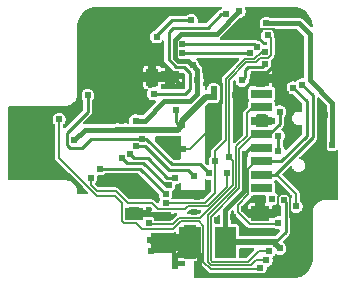
<source format=gbl>
G04 Layer: BottomLayer*
G04 EasyEDA v6.4.25, 2021-12-07T19:09:17+01:00*
G04 af510f2a62b747d9ba719f6df8b66caf,db93e8822c7348a7aec6f6efa12e507d,10*
G04 Gerber Generator version 0.2*
G04 Scale: 100 percent, Rotated: No, Reflected: No *
G04 Dimensions in millimeters *
G04 leading zeros omitted , absolute positions ,4 integer and 5 decimal *
%FSLAX45Y45*%
%MOMM*%

%ADD10C,0.2540*%
%ADD11C,0.1270*%
%ADD12C,0.5080*%
%ADD13C,0.3810*%
%ADD14C,0.3048*%
%ADD15C,0.1778*%
%ADD19C,0.6096*%

%LPD*%
G36*
X1620418Y-350723D02*
G01*
X1612900Y-350062D01*
X1610309Y-350266D01*
X1606245Y-349808D01*
X1602689Y-347726D01*
X1600200Y-344474D01*
X1598218Y-340106D01*
X1592580Y-332079D01*
X1585620Y-325120D01*
X1577594Y-319481D01*
X1568653Y-315366D01*
X1559204Y-312826D01*
X1549196Y-311912D01*
X1545285Y-310794D01*
X1538732Y-307289D01*
X1531518Y-305104D01*
X1523492Y-304292D01*
X1244092Y-304292D01*
X1240028Y-303479D01*
X1236675Y-301091D01*
X1234541Y-297586D01*
X1233932Y-293522D01*
X1234998Y-289509D01*
X1238605Y-285445D01*
X1402537Y-121564D01*
X1404620Y-119938D01*
X1407109Y-118922D01*
X1416253Y-116433D01*
X1425194Y-112318D01*
X1433220Y-106680D01*
X1440180Y-99720D01*
X1445818Y-91694D01*
X1449933Y-82753D01*
X1452473Y-73304D01*
X1453337Y-63500D01*
X1452473Y-53695D01*
X1449933Y-44246D01*
X1448155Y-40386D01*
X1447190Y-36423D01*
X1447850Y-32410D01*
X1450035Y-29006D01*
X1453388Y-26720D01*
X1457350Y-25908D01*
X1853336Y-25908D01*
X1870811Y-26822D01*
X1886813Y-29209D01*
X1902460Y-33172D01*
X1917649Y-38658D01*
X1932178Y-45618D01*
X1946046Y-53949D01*
X1958949Y-63601D01*
X1970887Y-74523D01*
X1981707Y-86512D01*
X1991309Y-99517D01*
X1999538Y-113385D01*
X2006396Y-128016D01*
X2011781Y-143205D01*
X2015693Y-158902D01*
X2017979Y-174853D01*
X2018741Y-190246D01*
X2018131Y-194259D01*
X2015998Y-197713D01*
X2012696Y-200050D01*
X2008784Y-200914D01*
X2004771Y-200152D01*
X2001418Y-197916D01*
X1935530Y-132130D01*
X1928622Y-126898D01*
X1921205Y-123240D01*
X1913229Y-120954D01*
X1904542Y-120142D01*
X1662480Y-120142D01*
X1659432Y-119684D01*
X1656638Y-118313D01*
X1653793Y-116281D01*
X1644853Y-112166D01*
X1635404Y-109626D01*
X1625600Y-108762D01*
X1615795Y-109626D01*
X1606346Y-112166D01*
X1597406Y-116281D01*
X1589379Y-121920D01*
X1582420Y-128879D01*
X1576781Y-136906D01*
X1572666Y-145846D01*
X1570126Y-155295D01*
X1569262Y-165100D01*
X1570126Y-174904D01*
X1572666Y-184353D01*
X1576781Y-193294D01*
X1582420Y-201320D01*
X1589379Y-208279D01*
X1595932Y-212852D01*
X1598879Y-216103D01*
X1600200Y-220268D01*
X1599641Y-224637D01*
X1597253Y-228346D01*
X1595120Y-230479D01*
X1589481Y-238506D01*
X1585366Y-247446D01*
X1582826Y-256895D01*
X1581962Y-266700D01*
X1582826Y-276504D01*
X1585366Y-285953D01*
X1589481Y-294894D01*
X1595120Y-302920D01*
X1602079Y-309880D01*
X1610106Y-315518D01*
X1619046Y-319633D01*
X1623923Y-320954D01*
X1627835Y-322986D01*
X1630476Y-326491D01*
X1631442Y-330758D01*
X1631442Y-340563D01*
X1630578Y-344678D01*
X1628139Y-348081D01*
X1624533Y-350215D01*
G37*

%LPD*%
G36*
X1116838Y-728116D02*
G01*
X1112418Y-727913D01*
X1108506Y-725881D01*
X1105865Y-722376D01*
X1104900Y-718108D01*
X1104900Y-699516D01*
X1103884Y-698500D01*
X1096518Y-698500D01*
X1092606Y-697738D01*
X1089355Y-695502D01*
X1087120Y-692251D01*
X1086358Y-688340D01*
X1086358Y-684580D01*
X1086815Y-681532D01*
X1088186Y-678738D01*
X1090218Y-675894D01*
X1094333Y-666953D01*
X1096873Y-657504D01*
X1097737Y-647700D01*
X1096873Y-637895D01*
X1094333Y-628446D01*
X1090218Y-619506D01*
X1088186Y-616661D01*
X1086815Y-613867D01*
X1086358Y-610819D01*
X1086307Y-557072D01*
X1085138Y-548538D01*
X1082497Y-540664D01*
X1078433Y-533400D01*
X1072845Y-526694D01*
X1061364Y-515162D01*
X1059738Y-513080D01*
X1058722Y-510590D01*
X1056233Y-501446D01*
X1052118Y-492506D01*
X1046480Y-484479D01*
X1039520Y-477520D01*
X1037590Y-476199D01*
X1034694Y-473100D01*
X1033322Y-469036D01*
X1033729Y-464820D01*
X1035862Y-461111D01*
X1039266Y-458622D01*
X1043432Y-457708D01*
X1389837Y-457708D01*
X1393748Y-458470D01*
X1397050Y-460705D01*
X1399235Y-463956D01*
X1399997Y-467868D01*
X1399235Y-471779D01*
X1397050Y-475030D01*
X1260246Y-611835D01*
X1255674Y-617474D01*
X1252626Y-623468D01*
X1250848Y-630072D01*
X1250442Y-635406D01*
X1250442Y-693928D01*
X1249680Y-697788D01*
X1247546Y-701040D01*
X1244346Y-703275D01*
X1240536Y-704088D01*
X1236675Y-703427D01*
X1233373Y-701395D01*
X1231087Y-698246D01*
X1229918Y-695706D01*
X1224280Y-687679D01*
X1217320Y-680720D01*
X1209294Y-675081D01*
X1200353Y-670966D01*
X1190904Y-668426D01*
X1181100Y-667562D01*
X1171295Y-668426D01*
X1161846Y-670966D01*
X1152906Y-675081D01*
X1144879Y-680720D01*
X1137920Y-687679D01*
X1132281Y-695706D01*
X1128166Y-704646D01*
X1125626Y-714095D01*
X1125169Y-718972D01*
X1123848Y-723188D01*
X1120902Y-726440D01*
G37*

%LPD*%
G36*
X1547571Y-1043990D02*
G01*
X1543659Y-1043228D01*
X1540357Y-1040993D01*
X1538173Y-1037742D01*
X1537411Y-1033830D01*
X1537411Y-1014425D01*
X1502918Y-1014425D01*
X1499006Y-1013663D01*
X1495755Y-1011478D01*
X1493520Y-1008176D01*
X1492758Y-1004265D01*
X1492758Y-976934D01*
X1493520Y-973023D01*
X1495755Y-969721D01*
X1499006Y-967536D01*
X1502918Y-966774D01*
X1537411Y-966774D01*
X1537411Y-947369D01*
X1538173Y-943457D01*
X1540357Y-940206D01*
X1543659Y-937971D01*
X1547571Y-937209D01*
X1627428Y-937209D01*
X1631340Y-937971D01*
X1634642Y-940206D01*
X1636826Y-943457D01*
X1637588Y-947369D01*
X1637588Y-966774D01*
X1691132Y-966774D01*
X1695043Y-967536D01*
X1698294Y-969721D01*
X1700530Y-973023D01*
X1701292Y-976934D01*
X1701292Y-995781D01*
X1700530Y-999693D01*
X1698294Y-1002995D01*
X1689811Y-1011478D01*
X1686509Y-1013663D01*
X1682648Y-1014425D01*
X1637588Y-1014425D01*
X1637588Y-1033830D01*
X1636826Y-1037742D01*
X1634642Y-1040993D01*
X1631340Y-1043228D01*
X1627428Y-1043990D01*
G37*

%LPD*%
G36*
X1350518Y-1177747D02*
G01*
X1346606Y-1176985D01*
X1343355Y-1174800D01*
X1341120Y-1171498D01*
X1340358Y-1167587D01*
X1340358Y-663346D01*
X1341120Y-659434D01*
X1343355Y-656132D01*
X1349502Y-649986D01*
X1352651Y-647852D01*
X1356410Y-647039D01*
X1360170Y-647649D01*
X1363421Y-649579D01*
X1365758Y-652627D01*
X1369466Y-666953D01*
X1373581Y-675894D01*
X1379220Y-683920D01*
X1386179Y-690880D01*
X1394206Y-696518D01*
X1403146Y-700633D01*
X1412595Y-703173D01*
X1422400Y-704037D01*
X1432204Y-703173D01*
X1441653Y-700633D01*
X1450594Y-696518D01*
X1457909Y-691388D01*
X1461770Y-689711D01*
X1465935Y-689762D01*
X1469745Y-691489D01*
X1472539Y-694639D01*
X1473809Y-698601D01*
X1474622Y-705764D01*
X1476248Y-710438D01*
X1476806Y-713790D01*
X1476248Y-717143D01*
X1474825Y-721258D01*
X1474114Y-727557D01*
X1474114Y-796442D01*
X1474825Y-802741D01*
X1476705Y-808228D01*
X1480210Y-813765D01*
X1481582Y-817270D01*
X1481582Y-821029D01*
X1480210Y-824534D01*
X1476705Y-830071D01*
X1474825Y-835558D01*
X1474114Y-841857D01*
X1474114Y-863701D01*
X1473301Y-867562D01*
X1471117Y-870864D01*
X1438046Y-903935D01*
X1433474Y-909574D01*
X1430426Y-915568D01*
X1428648Y-922172D01*
X1428242Y-927506D01*
X1428242Y-1100023D01*
X1427480Y-1103934D01*
X1425244Y-1107236D01*
X1357680Y-1174800D01*
X1354429Y-1176985D01*
G37*

%LPD*%
G36*
X1790395Y-1236370D02*
G01*
X1786280Y-1235252D01*
X1783029Y-1232611D01*
X1781098Y-1228852D01*
X1780133Y-1225346D01*
X1776018Y-1216406D01*
X1770380Y-1208379D01*
X1768805Y-1206804D01*
X1766570Y-1203502D01*
X1765807Y-1199591D01*
X1765807Y-1162608D01*
X1766570Y-1158697D01*
X1768805Y-1155395D01*
X1770380Y-1153820D01*
X1776018Y-1145794D01*
X1780133Y-1136853D01*
X1782673Y-1127404D01*
X1783537Y-1117600D01*
X1782673Y-1107795D01*
X1780133Y-1098346D01*
X1776018Y-1089406D01*
X1770380Y-1081379D01*
X1763420Y-1074420D01*
X1757273Y-1070102D01*
X1754276Y-1066850D01*
X1752955Y-1062685D01*
X1753514Y-1058316D01*
X1755902Y-1054608D01*
X1766824Y-1043635D01*
X1771954Y-1037437D01*
X1775510Y-1030732D01*
X1777695Y-1023518D01*
X1778507Y-1015492D01*
X1778507Y-959408D01*
X1779270Y-955497D01*
X1781505Y-952195D01*
X1783080Y-950620D01*
X1788718Y-942594D01*
X1792833Y-933653D01*
X1795373Y-924204D01*
X1796237Y-914400D01*
X1795373Y-904595D01*
X1792833Y-895146D01*
X1788718Y-886206D01*
X1783080Y-878179D01*
X1776120Y-871219D01*
X1768093Y-865581D01*
X1759153Y-861466D01*
X1749704Y-858926D01*
X1739900Y-858062D01*
X1730095Y-858926D01*
X1720646Y-861466D01*
X1715363Y-863904D01*
X1711401Y-864869D01*
X1707438Y-864158D01*
X1704035Y-862025D01*
X1701698Y-858672D01*
X1700885Y-854710D01*
X1700885Y-841857D01*
X1700174Y-835558D01*
X1698294Y-830071D01*
X1694789Y-824534D01*
X1693418Y-821029D01*
X1693418Y-817270D01*
X1694789Y-813765D01*
X1698294Y-808228D01*
X1700174Y-802741D01*
X1700885Y-796442D01*
X1700885Y-727557D01*
X1700174Y-721258D01*
X1698294Y-715772D01*
X1695196Y-710895D01*
X1691132Y-706780D01*
X1686204Y-703732D01*
X1682496Y-702411D01*
X1678939Y-700278D01*
X1676552Y-696874D01*
X1675688Y-692810D01*
X1675688Y-673862D01*
X1618640Y-673862D01*
X1618640Y-690930D01*
X1617878Y-694842D01*
X1615694Y-698093D01*
X1612392Y-700328D01*
X1608480Y-701090D01*
X1541119Y-701090D01*
X1537208Y-700328D01*
X1533906Y-698093D01*
X1531721Y-694842D01*
X1530959Y-690930D01*
X1530959Y-673862D01*
X1486763Y-673862D01*
X1483106Y-673150D01*
X1479956Y-671220D01*
X1477721Y-668324D01*
X1476654Y-664768D01*
X1476959Y-661060D01*
X1477873Y-657504D01*
X1478788Y-647496D01*
X1479905Y-643585D01*
X1483410Y-637032D01*
X1485595Y-629818D01*
X1486408Y-621792D01*
X1486408Y-606298D01*
X1487170Y-602437D01*
X1489405Y-599135D01*
X1492656Y-596900D01*
X1496568Y-596138D01*
X1530959Y-596138D01*
X1530959Y-582168D01*
X1531721Y-578256D01*
X1533906Y-575005D01*
X1537208Y-572770D01*
X1541119Y-572008D01*
X1586992Y-572008D01*
X1595018Y-571195D01*
X1602232Y-569010D01*
X1603705Y-568248D01*
X1607667Y-567080D01*
X1611833Y-567588D01*
X1615389Y-569772D01*
X1617776Y-573125D01*
X1618640Y-577189D01*
X1618640Y-596138D01*
X1675688Y-596138D01*
X1675688Y-570585D01*
X1674977Y-564235D01*
X1673098Y-558800D01*
X1669999Y-553872D01*
X1662633Y-546963D01*
X1661007Y-543712D01*
X1660601Y-540054D01*
X1661515Y-536549D01*
X1665833Y-527253D01*
X1668373Y-517804D01*
X1669237Y-508000D01*
X1668373Y-498195D01*
X1665833Y-488746D01*
X1664563Y-486003D01*
X1663649Y-481990D01*
X1664360Y-477926D01*
X1666595Y-474522D01*
X1686153Y-454964D01*
X1690725Y-449326D01*
X1693773Y-443331D01*
X1695551Y-436727D01*
X1695957Y-431393D01*
X1695957Y-292506D01*
X1695551Y-287172D01*
X1693925Y-281228D01*
X1693621Y-277622D01*
X1694637Y-266700D01*
X1693773Y-256895D01*
X1691233Y-247446D01*
X1687118Y-238506D01*
X1681480Y-230479D01*
X1678381Y-227380D01*
X1676196Y-224129D01*
X1675434Y-220217D01*
X1676196Y-216306D01*
X1678381Y-213055D01*
X1681683Y-210820D01*
X1685594Y-210058D01*
X1882190Y-210058D01*
X1886051Y-210820D01*
X1889353Y-213055D01*
X1945944Y-269646D01*
X1948180Y-272948D01*
X1948942Y-276809D01*
X1948942Y-619963D01*
X1948078Y-624078D01*
X1945639Y-627481D01*
X1942033Y-629615D01*
X1937918Y-630123D01*
X1930400Y-629462D01*
X1920595Y-630326D01*
X1911146Y-632866D01*
X1902206Y-636981D01*
X1894179Y-642620D01*
X1887220Y-649579D01*
X1884019Y-654151D01*
X1881022Y-656996D01*
X1877161Y-658368D01*
X1873097Y-658164D01*
X1864004Y-655726D01*
X1854200Y-654862D01*
X1844395Y-655726D01*
X1834946Y-658266D01*
X1826006Y-662381D01*
X1817979Y-668020D01*
X1811020Y-674979D01*
X1805381Y-683006D01*
X1801266Y-691946D01*
X1798726Y-701395D01*
X1797862Y-711200D01*
X1798726Y-721004D01*
X1801266Y-730453D01*
X1805381Y-739394D01*
X1811020Y-747420D01*
X1817979Y-754380D01*
X1826006Y-760018D01*
X1834946Y-764133D01*
X1844395Y-766673D01*
X1852422Y-767384D01*
X1855825Y-768299D01*
X1858721Y-770331D01*
X1926894Y-838504D01*
X1929130Y-841806D01*
X1929892Y-845718D01*
X1929892Y-904443D01*
X1929231Y-908050D01*
X1927301Y-911199D01*
X1924354Y-913485D01*
X1920798Y-914501D01*
X1917090Y-914247D01*
X1909622Y-912215D01*
X1899970Y-911402D01*
X1890268Y-912215D01*
X1880819Y-914755D01*
X1872030Y-918870D01*
X1864055Y-924458D01*
X1857146Y-931367D01*
X1851558Y-939342D01*
X1847443Y-948131D01*
X1844903Y-957580D01*
X1844090Y-967282D01*
X1844903Y-976934D01*
X1847443Y-986383D01*
X1851558Y-995171D01*
X1857146Y-1003147D01*
X1864055Y-1010056D01*
X1872030Y-1015644D01*
X1880819Y-1019759D01*
X1890268Y-1022299D01*
X1899970Y-1023112D01*
X1909622Y-1022299D01*
X1917090Y-1020267D01*
X1920798Y-1020013D01*
X1924354Y-1021029D01*
X1927301Y-1023315D01*
X1929231Y-1026464D01*
X1929892Y-1030071D01*
X1929892Y-1097381D01*
X1929130Y-1101293D01*
X1926894Y-1104595D01*
X1798116Y-1233424D01*
X1794560Y-1235710D01*
G37*

%LPD*%
G36*
X845718Y-1320292D02*
G01*
X841806Y-1319530D01*
X838504Y-1317294D01*
X688797Y-1167587D01*
X686562Y-1164285D01*
X685800Y-1160373D01*
X685800Y-1128268D01*
X686562Y-1124356D01*
X688797Y-1121105D01*
X692048Y-1118870D01*
X695960Y-1118108D01*
X876096Y-1118108D01*
X880770Y-1117904D01*
X885190Y-1117295D01*
X889355Y-1116380D01*
X893826Y-1116431D01*
X897890Y-1118412D01*
X900684Y-1121918D01*
X901700Y-1126337D01*
X901700Y-1310132D01*
X900937Y-1314043D01*
X898702Y-1317294D01*
X895451Y-1319530D01*
X891540Y-1320292D01*
G37*

%LPD*%
G36*
X1131468Y-1363827D02*
G01*
X1127099Y-1363268D01*
X1123391Y-1360881D01*
X1107897Y-1345387D01*
X1105662Y-1342085D01*
X1104900Y-1338173D01*
X1104900Y-876858D01*
X1105662Y-872998D01*
X1107897Y-869696D01*
X1135888Y-841705D01*
X1139190Y-839469D01*
X1143050Y-838708D01*
X1156055Y-838708D01*
X1160322Y-839673D01*
X1161846Y-840333D01*
X1171295Y-842873D01*
X1181100Y-843737D01*
X1190904Y-842873D01*
X1200353Y-840333D01*
X1209294Y-836218D01*
X1217320Y-830580D01*
X1224280Y-823620D01*
X1229918Y-815594D01*
X1231087Y-813053D01*
X1233373Y-809904D01*
X1236675Y-807872D01*
X1240536Y-807212D01*
X1244346Y-808024D01*
X1247546Y-810260D01*
X1249680Y-813511D01*
X1250442Y-817372D01*
X1250442Y-1138123D01*
X1249680Y-1142034D01*
X1247444Y-1145336D01*
X1171346Y-1221435D01*
X1166774Y-1227074D01*
X1163726Y-1233068D01*
X1161948Y-1239672D01*
X1161542Y-1245006D01*
X1161542Y-1282293D01*
X1160780Y-1286205D01*
X1158544Y-1289507D01*
X1150620Y-1297330D01*
X1144981Y-1305306D01*
X1140866Y-1314246D01*
X1138326Y-1323695D01*
X1137462Y-1333500D01*
X1138326Y-1343304D01*
X1140409Y-1351076D01*
X1140612Y-1355496D01*
X1138885Y-1359560D01*
X1135684Y-1362506D01*
G37*

%LPD*%
G36*
X36068Y-1612900D02*
G01*
X32156Y-1612138D01*
X28854Y-1609902D01*
X26670Y-1606550D01*
X25908Y-1602638D01*
X26009Y-1590903D01*
X25704Y-1586433D01*
X24180Y-1575663D01*
X23215Y-1571244D01*
X20066Y-1560830D01*
X18440Y-1556664D01*
X13766Y-1546860D01*
X11531Y-1542948D01*
X5384Y-1533956D01*
X2590Y-1530400D01*
X-4826Y-1522476D01*
X-8128Y-1519428D01*
X-16662Y-1512671D01*
X-20370Y-1510131D01*
X-29819Y-1504746D01*
X-33934Y-1502867D01*
X-44043Y-1498955D01*
X-48412Y-1497685D01*
X-59029Y-1495399D01*
X-63296Y-1494790D01*
X-76504Y-1493977D01*
X-548132Y-1493977D01*
X-552043Y-1493215D01*
X-555294Y-1490980D01*
X-557530Y-1487678D01*
X-558292Y-1483817D01*
X-558292Y-874268D01*
X-557530Y-870356D01*
X-555294Y-867105D01*
X-552043Y-864869D01*
X-548132Y-864108D01*
X-76860Y-864108D01*
X-68427Y-862990D01*
X-62433Y-862482D01*
X-57962Y-861720D01*
X-47040Y-859028D01*
X-42722Y-857605D01*
X-32359Y-853287D01*
X-28295Y-851255D01*
X-18694Y-845362D01*
X-14985Y-842721D01*
X-6400Y-835456D01*
X-3149Y-832256D01*
X4216Y-823772D01*
X6908Y-820115D01*
X12903Y-810615D01*
X15036Y-806551D01*
X19507Y-796239D01*
X20980Y-791972D01*
X23774Y-781100D01*
X24587Y-776579D01*
X25908Y-762254D01*
X25908Y-191363D01*
X26822Y-173888D01*
X29209Y-157886D01*
X33172Y-142240D01*
X38658Y-127050D01*
X45618Y-112522D01*
X53949Y-98653D01*
X63601Y-85750D01*
X74523Y-73812D01*
X86512Y-62991D01*
X99517Y-53390D01*
X113385Y-45161D01*
X128016Y-38303D01*
X143205Y-32918D01*
X158902Y-29006D01*
X174853Y-26720D01*
X191363Y-25908D01*
X1242568Y-25908D01*
X1246733Y-26822D01*
X1250137Y-29311D01*
X1252270Y-33020D01*
X1252677Y-37236D01*
X1251305Y-41300D01*
X1248410Y-44399D01*
X1246479Y-45720D01*
X1244142Y-48056D01*
X1241298Y-50088D01*
X1237081Y-51104D01*
X1229868Y-53289D01*
X1223162Y-56845D01*
X1216964Y-61976D01*
X1117295Y-161594D01*
X1113993Y-163830D01*
X1110081Y-164592D01*
X1055268Y-164592D01*
X1051661Y-163931D01*
X1048512Y-162001D01*
X1046226Y-159054D01*
X1045159Y-155498D01*
X1045464Y-151790D01*
X1046073Y-149504D01*
X1046937Y-139700D01*
X1046073Y-129895D01*
X1043533Y-120446D01*
X1039418Y-111506D01*
X1033780Y-103479D01*
X1026820Y-96520D01*
X1018794Y-90881D01*
X1009853Y-86766D01*
X1000404Y-84226D01*
X990600Y-83362D01*
X980795Y-84226D01*
X971346Y-86766D01*
X962406Y-90881D01*
X954379Y-96520D01*
X952804Y-98094D01*
X949502Y-100330D01*
X945591Y-101092D01*
X826008Y-101092D01*
X817981Y-101904D01*
X810768Y-104089D01*
X804062Y-107645D01*
X797864Y-112776D01*
X687882Y-222707D01*
X685749Y-224332D01*
X683310Y-225348D01*
X679246Y-226466D01*
X670306Y-230581D01*
X662279Y-236220D01*
X655320Y-243179D01*
X649681Y-251206D01*
X645566Y-260146D01*
X643026Y-269595D01*
X642162Y-279400D01*
X643026Y-289204D01*
X645566Y-298653D01*
X649681Y-307594D01*
X655320Y-315620D01*
X662279Y-322580D01*
X670306Y-328218D01*
X679246Y-332333D01*
X688695Y-334873D01*
X698500Y-335737D01*
X708304Y-334873D01*
X717753Y-332333D01*
X726694Y-328218D01*
X734720Y-322580D01*
X741680Y-315620D01*
X743000Y-313690D01*
X746099Y-310794D01*
X750163Y-309422D01*
X754380Y-309829D01*
X758088Y-311962D01*
X760577Y-315366D01*
X761492Y-319532D01*
X761492Y-469392D01*
X762304Y-477418D01*
X764489Y-484632D01*
X768045Y-491337D01*
X773176Y-497535D01*
X835964Y-560324D01*
X842162Y-565454D01*
X853186Y-571296D01*
X855726Y-574751D01*
X856640Y-578916D01*
X856640Y-583234D01*
X918159Y-583234D01*
X922019Y-584047D01*
X925321Y-586232D01*
X936294Y-597204D01*
X938530Y-600506D01*
X939292Y-604418D01*
X939292Y-688340D01*
X938530Y-692251D01*
X936294Y-695502D01*
X933043Y-697738D01*
X929132Y-698500D01*
X902716Y-698500D01*
X901700Y-699516D01*
X901700Y-713232D01*
X900937Y-717143D01*
X898702Y-720394D01*
X895451Y-722630D01*
X891540Y-723392D01*
X741172Y-723392D01*
X736955Y-722477D01*
X733501Y-719937D01*
X731418Y-716178D01*
X731062Y-711860D01*
X732536Y-707847D01*
X733704Y-706018D01*
X735584Y-700532D01*
X736295Y-694232D01*
X736295Y-685647D01*
X737057Y-681786D01*
X739292Y-678484D01*
X742594Y-676300D01*
X746455Y-675487D01*
X768959Y-675487D01*
X768959Y-635965D01*
X756615Y-635965D01*
X756615Y-654761D01*
X755853Y-658622D01*
X753668Y-661924D01*
X750366Y-664108D01*
X746455Y-664921D01*
X691743Y-664921D01*
X691743Y-696214D01*
X690880Y-700278D01*
X688441Y-703681D01*
X684834Y-705815D01*
X680720Y-706323D01*
X673100Y-705662D01*
X663295Y-706526D01*
X653846Y-709066D01*
X644906Y-713181D01*
X640842Y-714806D01*
X636473Y-714603D01*
X632612Y-712520D01*
X629970Y-709066D01*
X629056Y-704799D01*
X629056Y-664921D01*
X584504Y-664921D01*
X584504Y-694232D01*
X585216Y-700532D01*
X587095Y-706018D01*
X590194Y-710895D01*
X594309Y-715010D01*
X599186Y-718108D01*
X604672Y-719988D01*
X610971Y-720699D01*
X614476Y-720699D01*
X618439Y-721512D01*
X621792Y-723798D01*
X623976Y-727252D01*
X624636Y-731215D01*
X623671Y-735177D01*
X620166Y-742746D01*
X617626Y-752195D01*
X616762Y-762000D01*
X617626Y-771804D01*
X620166Y-781253D01*
X624281Y-790194D01*
X629920Y-798220D01*
X636879Y-805180D01*
X644906Y-810818D01*
X653846Y-814933D01*
X663295Y-817473D01*
X673100Y-818337D01*
X680872Y-817676D01*
X684936Y-818134D01*
X688492Y-820216D01*
X690981Y-823518D01*
X691896Y-827481D01*
X691184Y-831545D01*
X688949Y-834999D01*
X581253Y-942644D01*
X577951Y-944880D01*
X574090Y-945642D01*
X557580Y-945642D01*
X554532Y-945184D01*
X551738Y-943813D01*
X548894Y-941781D01*
X539953Y-937666D01*
X530504Y-935126D01*
X520700Y-934262D01*
X510895Y-935126D01*
X501446Y-937666D01*
X492506Y-941781D01*
X484479Y-947419D01*
X477520Y-954379D01*
X471881Y-962406D01*
X467766Y-971346D01*
X465226Y-980795D01*
X464362Y-990600D01*
X465226Y-1000404D01*
X465683Y-1002233D01*
X465988Y-1006043D01*
X464820Y-1009700D01*
X462432Y-1012647D01*
X459079Y-1014526D01*
X455320Y-1015034D01*
X441604Y-1011326D01*
X431800Y-1010462D01*
X421995Y-1011326D01*
X412546Y-1013866D01*
X411022Y-1014526D01*
X406755Y-1015492D01*
X393344Y-1015492D01*
X389077Y-1014526D01*
X387553Y-1013866D01*
X378104Y-1011326D01*
X368300Y-1010462D01*
X358495Y-1011326D01*
X349046Y-1013866D01*
X340106Y-1017981D01*
X337261Y-1020013D01*
X334467Y-1021384D01*
X331419Y-1021842D01*
X86309Y-1021943D01*
X82296Y-1021334D01*
X78892Y-1019200D01*
X76555Y-1015898D01*
X75692Y-1011936D01*
X76454Y-1007973D01*
X78689Y-1004620D01*
X141224Y-942035D01*
X146354Y-935837D01*
X149910Y-929132D01*
X152095Y-921918D01*
X152908Y-913892D01*
X152908Y-819708D01*
X153670Y-815797D01*
X155905Y-812495D01*
X157480Y-810920D01*
X163118Y-802894D01*
X167233Y-793953D01*
X169773Y-784504D01*
X170637Y-774700D01*
X169773Y-764895D01*
X167233Y-755446D01*
X163118Y-746506D01*
X157480Y-738479D01*
X150520Y-731520D01*
X142494Y-725881D01*
X133553Y-721766D01*
X124104Y-719226D01*
X114300Y-718362D01*
X104495Y-719226D01*
X95046Y-721766D01*
X86106Y-725881D01*
X78079Y-731520D01*
X71120Y-738479D01*
X65481Y-746506D01*
X61366Y-755446D01*
X58826Y-764895D01*
X57962Y-774700D01*
X58826Y-784504D01*
X61366Y-793953D01*
X65481Y-802894D01*
X71120Y-810920D01*
X72694Y-812495D01*
X74930Y-815797D01*
X75692Y-819708D01*
X75692Y-894181D01*
X74930Y-898093D01*
X72694Y-901395D01*
X-77419Y-1051509D01*
X-80670Y-1053693D01*
X-84582Y-1054455D01*
X-88493Y-1053693D01*
X-91744Y-1051509D01*
X-93980Y-1048207D01*
X-94742Y-1044295D01*
X-94742Y-1029106D01*
X-93980Y-1025194D01*
X-91744Y-1021892D01*
X-83820Y-1014069D01*
X-78181Y-1006094D01*
X-74066Y-997153D01*
X-71526Y-987704D01*
X-70662Y-977900D01*
X-71526Y-968095D01*
X-74066Y-958646D01*
X-78181Y-949706D01*
X-83820Y-941679D01*
X-90779Y-934719D01*
X-98806Y-929081D01*
X-107746Y-924966D01*
X-117195Y-922426D01*
X-127000Y-921562D01*
X-136804Y-922426D01*
X-146253Y-924966D01*
X-155194Y-929081D01*
X-163220Y-934719D01*
X-170180Y-941679D01*
X-175818Y-949706D01*
X-179933Y-958646D01*
X-182473Y-968095D01*
X-183337Y-977900D01*
X-182473Y-987704D01*
X-179933Y-997153D01*
X-175818Y-1006094D01*
X-170180Y-1014069D01*
X-162255Y-1021892D01*
X-160020Y-1025194D01*
X-159258Y-1029106D01*
X-159258Y-1307592D01*
X-158496Y-1314805D01*
X-156413Y-1321206D01*
X-153009Y-1327150D01*
X-149504Y-1331214D01*
X114858Y-1595577D01*
X117043Y-1598828D01*
X117805Y-1602740D01*
X117043Y-1606651D01*
X114858Y-1609902D01*
X111556Y-1612138D01*
X107645Y-1612900D01*
G37*

%LPC*%
G36*
X856640Y-675487D02*
G01*
X887221Y-675487D01*
X893571Y-674776D01*
X899007Y-672896D01*
X903935Y-669798D01*
X907999Y-665734D01*
X911098Y-660806D01*
X912977Y-655370D01*
X913688Y-649020D01*
X913688Y-635965D01*
X856640Y-635965D01*
G37*
G36*
X754176Y-583234D02*
G01*
X768959Y-583234D01*
X768959Y-543712D01*
X742492Y-543712D01*
X739140Y-543102D01*
X736193Y-541477D01*
X733907Y-538937D01*
X730605Y-533704D01*
X726490Y-529590D01*
X721614Y-526491D01*
X716127Y-524611D01*
X709828Y-523900D01*
X691743Y-523900D01*
X691743Y-579678D01*
X746455Y-579678D01*
X750722Y-580644D01*
G37*
G36*
X584504Y-579678D02*
G01*
X629056Y-579678D01*
X629056Y-523900D01*
X610971Y-523900D01*
X604672Y-524611D01*
X599186Y-526491D01*
X594309Y-529590D01*
X590194Y-533704D01*
X587095Y-538581D01*
X585216Y-544068D01*
X584504Y-550367D01*
G37*

%LPD*%
G36*
X1731568Y-1625600D02*
G01*
X1727403Y-1624279D01*
X1724152Y-1621332D01*
X1719580Y-1614779D01*
X1712620Y-1607820D01*
X1705254Y-1602689D01*
X1702917Y-1600403D01*
X1701444Y-1597558D01*
X1700885Y-1594358D01*
X1700885Y-1527657D01*
X1700174Y-1521358D01*
X1698294Y-1515872D01*
X1694789Y-1510334D01*
X1693418Y-1506829D01*
X1693418Y-1503070D01*
X1694789Y-1499565D01*
X1697989Y-1494485D01*
X1700428Y-1491792D01*
X1703679Y-1490167D01*
X1707286Y-1489760D01*
X1710791Y-1490624D01*
X1713788Y-1492707D01*
X1823466Y-1602384D01*
X1825802Y-1605991D01*
X1826412Y-1610207D01*
X1825294Y-1614322D01*
X1822551Y-1617624D01*
X1818690Y-1619453D01*
X1814423Y-1619554D01*
X1810461Y-1617929D01*
X1806193Y-1614881D01*
X1797253Y-1610766D01*
X1787804Y-1608226D01*
X1778000Y-1607362D01*
X1768195Y-1608226D01*
X1758746Y-1610766D01*
X1749806Y-1614881D01*
X1741779Y-1620520D01*
X1739646Y-1622653D01*
X1735937Y-1625041D01*
G37*

%LPD*%
G36*
X1837436Y-1643888D02*
G01*
X1833575Y-1643227D01*
X1830273Y-1641195D01*
X1827987Y-1638046D01*
X1826818Y-1635506D01*
X1823770Y-1631238D01*
X1822145Y-1627276D01*
X1822246Y-1623009D01*
X1824075Y-1619148D01*
X1827377Y-1616405D01*
X1831492Y-1615287D01*
X1835708Y-1615897D01*
X1839315Y-1618234D01*
X1844344Y-1623263D01*
X1846580Y-1626565D01*
X1847342Y-1630476D01*
X1847342Y-1633728D01*
X1846580Y-1637588D01*
X1844446Y-1640839D01*
X1841246Y-1643075D01*
G37*

%LPD*%
G36*
X831951Y-1656842D02*
G01*
X827989Y-1656029D01*
X824636Y-1653692D01*
X822452Y-1650288D01*
X821842Y-1646275D01*
X822807Y-1642313D01*
X827684Y-1632153D01*
X830173Y-1622704D01*
X831037Y-1612900D01*
X830173Y-1603095D01*
X827735Y-1594002D01*
X827532Y-1589938D01*
X828903Y-1586077D01*
X831748Y-1583080D01*
X836320Y-1579880D01*
X843280Y-1572920D01*
X848918Y-1564894D01*
X853033Y-1555953D01*
X855573Y-1546504D01*
X856437Y-1536750D01*
X857605Y-1532839D01*
X860247Y-1529689D01*
X863955Y-1527810D01*
X870153Y-1526133D01*
X879094Y-1522018D01*
X885698Y-1517345D01*
X889762Y-1515668D01*
X894181Y-1515872D01*
X898093Y-1517904D01*
X900734Y-1521358D01*
X901700Y-1525676D01*
X901700Y-1573784D01*
X902716Y-1574800D01*
X1103884Y-1574800D01*
X1104900Y-1573784D01*
X1104900Y-1495196D01*
X1105712Y-1491234D01*
X1107998Y-1487932D01*
X1111402Y-1485747D01*
X1115415Y-1485087D01*
X1119378Y-1486001D01*
X1123746Y-1488033D01*
X1133195Y-1490573D01*
X1143000Y-1491437D01*
X1150518Y-1490776D01*
X1154633Y-1491284D01*
X1158240Y-1493418D01*
X1160678Y-1496822D01*
X1161542Y-1500936D01*
X1161542Y-1582623D01*
X1160780Y-1586534D01*
X1158544Y-1589836D01*
X1094536Y-1653844D01*
X1091234Y-1656080D01*
X1087323Y-1656842D01*
G37*

%LPD*%
G36*
X709676Y-1687982D02*
G01*
X705510Y-1687322D01*
X701954Y-1685036D01*
X683564Y-1666646D01*
X677926Y-1662074D01*
X671931Y-1659026D01*
X665327Y-1657248D01*
X659993Y-1656842D01*
X474776Y-1656842D01*
X470865Y-1656080D01*
X467563Y-1653844D01*
X378764Y-1565046D01*
X373126Y-1560474D01*
X367131Y-1557426D01*
X360527Y-1555648D01*
X355193Y-1555242D01*
X208076Y-1555242D01*
X204165Y-1554480D01*
X200863Y-1552244D01*
X177647Y-1529029D01*
X175412Y-1525727D01*
X174650Y-1521815D01*
X175412Y-1517954D01*
X177647Y-1514652D01*
X182880Y-1509420D01*
X188518Y-1501394D01*
X192633Y-1492453D01*
X195173Y-1483004D01*
X196037Y-1473200D01*
X195224Y-1463497D01*
X195783Y-1459128D01*
X198120Y-1455420D01*
X201828Y-1453083D01*
X206197Y-1452524D01*
X215900Y-1453337D01*
X225704Y-1452473D01*
X235153Y-1449933D01*
X244094Y-1445818D01*
X252120Y-1440180D01*
X253695Y-1438605D01*
X256997Y-1436370D01*
X260908Y-1435608D01*
X538581Y-1435608D01*
X542493Y-1436370D01*
X545795Y-1438605D01*
X715568Y-1608378D01*
X717600Y-1611274D01*
X718515Y-1614678D01*
X719226Y-1622704D01*
X721766Y-1632153D01*
X725881Y-1641093D01*
X728776Y-1645157D01*
X730402Y-1648968D01*
X730402Y-1653032D01*
X728776Y-1656842D01*
X725881Y-1660906D01*
X721766Y-1669796D01*
X718972Y-1680413D01*
X717042Y-1684223D01*
X713790Y-1686864D01*
G37*

%LPD*%
G36*
X965352Y-1783842D02*
G01*
X961339Y-1783029D01*
X957986Y-1780692D01*
X955802Y-1777187D01*
X955192Y-1773174D01*
X956259Y-1769211D01*
X958748Y-1765960D01*
X962914Y-1762404D01*
X975563Y-1749755D01*
X978865Y-1747520D01*
X982776Y-1746757D01*
X1065987Y-1746757D01*
X1069898Y-1747520D01*
X1073200Y-1749755D01*
X1075385Y-1753006D01*
X1076147Y-1756918D01*
X1075385Y-1760829D01*
X1073200Y-1764080D01*
X1056436Y-1780844D01*
X1053134Y-1783080D01*
X1049223Y-1783842D01*
G37*

%LPD*%
G36*
X718108Y-1834642D02*
G01*
X714705Y-1834032D01*
X711708Y-1832356D01*
X709422Y-1829765D01*
X691692Y-1829765D01*
X688492Y-1829257D01*
X685647Y-1827733D01*
X683361Y-1825396D01*
X678180Y-1817979D01*
X671220Y-1811020D01*
X663194Y-1805381D01*
X654253Y-1801266D01*
X644804Y-1798726D01*
X635000Y-1797862D01*
X625195Y-1798726D01*
X615746Y-1801266D01*
X606806Y-1805381D01*
X603808Y-1807514D01*
X601014Y-1808886D01*
X597966Y-1809343D01*
X551840Y-1809343D01*
X551840Y-1817573D01*
X551027Y-1821586D01*
X548640Y-1824939D01*
X545134Y-1827123D01*
X541070Y-1827682D01*
X535889Y-1826006D01*
X533146Y-1823974D01*
X467004Y-1755139D01*
X464870Y-1751888D01*
X464159Y-1748129D01*
X464159Y-1731518D01*
X464921Y-1727606D01*
X467106Y-1724355D01*
X470408Y-1722120D01*
X474319Y-1721357D01*
X541680Y-1721357D01*
X545592Y-1722120D01*
X548894Y-1724355D01*
X551078Y-1727606D01*
X551840Y-1731518D01*
X551840Y-1746656D01*
X608888Y-1746656D01*
X608888Y-1731518D01*
X609701Y-1727606D01*
X611886Y-1724355D01*
X615188Y-1722120D01*
X619048Y-1721357D01*
X642823Y-1721357D01*
X646734Y-1722120D01*
X650036Y-1724355D01*
X658825Y-1733143D01*
X661009Y-1736394D01*
X661822Y-1740154D01*
X661162Y-1743964D01*
X656031Y-1752193D01*
X654100Y-1757629D01*
X653389Y-1763979D01*
X653389Y-1777034D01*
X709422Y-1777034D01*
X711708Y-1774443D01*
X714705Y-1772767D01*
X718108Y-1772157D01*
X780491Y-1772157D01*
X783894Y-1772767D01*
X786892Y-1774443D01*
X789178Y-1777034D01*
X846683Y-1777034D01*
X848969Y-1774443D01*
X851966Y-1772767D01*
X855370Y-1772157D01*
X863447Y-1772157D01*
X867460Y-1772970D01*
X870813Y-1775307D01*
X872998Y-1778812D01*
X873607Y-1782825D01*
X872540Y-1786788D01*
X870051Y-1790039D01*
X865886Y-1793595D01*
X832713Y-1826768D01*
X829411Y-1828952D01*
X825500Y-1829765D01*
X789178Y-1829765D01*
X786892Y-1832356D01*
X783894Y-1834032D01*
X780491Y-1834642D01*
G37*

%LPD*%
G36*
X1541119Y-1834642D02*
G01*
X1537208Y-1833880D01*
X1533906Y-1831644D01*
X1531721Y-1828393D01*
X1530959Y-1824482D01*
X1530959Y-1816862D01*
X1485696Y-1816862D01*
X1481785Y-1816100D01*
X1478483Y-1813864D01*
X1419555Y-1754936D01*
X1417320Y-1751634D01*
X1416558Y-1747723D01*
X1416558Y-1719376D01*
X1417320Y-1715465D01*
X1419555Y-1712163D01*
X1495653Y-1636064D01*
X1500225Y-1630426D01*
X1501190Y-1628546D01*
X1503426Y-1625600D01*
X1506575Y-1623669D01*
X1510233Y-1623009D01*
X1612544Y-1623009D01*
X1616202Y-1623669D01*
X1619351Y-1625600D01*
X1621586Y-1628546D01*
X1622653Y-1632102D01*
X1622348Y-1635810D01*
X1620926Y-1641195D01*
X1620062Y-1651000D01*
X1620926Y-1660804D01*
X1623466Y-1670253D01*
X1624533Y-1672640D01*
X1625498Y-1676755D01*
X1624685Y-1680921D01*
X1622247Y-1684375D01*
X1618640Y-1686560D01*
X1618640Y-1739138D01*
X1675688Y-1739138D01*
X1675688Y-1716735D01*
X1676400Y-1713026D01*
X1678381Y-1709877D01*
X1681378Y-1707591D01*
X1695653Y-1703933D01*
X1704593Y-1699818D01*
X1712620Y-1694180D01*
X1714754Y-1692046D01*
X1718462Y-1689658D01*
X1722831Y-1689100D01*
X1726996Y-1690420D01*
X1730248Y-1693367D01*
X1734820Y-1699920D01*
X1741779Y-1706880D01*
X1747774Y-1711045D01*
X1750060Y-1713331D01*
X1751584Y-1716176D01*
X1752092Y-1719376D01*
X1752092Y-1789531D01*
X1751431Y-1793138D01*
X1749501Y-1796288D01*
X1746554Y-1798574D01*
X1742998Y-1799640D01*
X1739290Y-1799336D01*
X1737004Y-1798726D01*
X1727200Y-1797862D01*
X1717395Y-1798726D01*
X1707946Y-1801266D01*
X1699006Y-1805381D01*
X1690979Y-1811020D01*
X1688134Y-1813864D01*
X1684832Y-1816100D01*
X1680972Y-1816862D01*
X1618640Y-1816862D01*
X1618640Y-1824482D01*
X1617878Y-1828393D01*
X1615694Y-1831644D01*
X1612392Y-1833880D01*
X1608480Y-1834642D01*
G37*

%LPC*%
G36*
X1473911Y-1739138D02*
G01*
X1530959Y-1739138D01*
X1530959Y-1687068D01*
X1500378Y-1687068D01*
X1494028Y-1687779D01*
X1488592Y-1689709D01*
X1483664Y-1692808D01*
X1479600Y-1696872D01*
X1476502Y-1701800D01*
X1474622Y-1707235D01*
X1473911Y-1713585D01*
G37*

%LPD*%
G36*
X1198118Y-1863394D02*
G01*
X1194206Y-1862632D01*
X1190955Y-1860397D01*
X1188720Y-1857095D01*
X1187958Y-1853234D01*
X1187958Y-1820976D01*
X1188720Y-1817065D01*
X1190955Y-1813763D01*
X1218133Y-1786585D01*
X1221384Y-1784400D01*
X1225296Y-1783638D01*
X1229207Y-1784400D01*
X1232458Y-1786585D01*
X1234694Y-1789887D01*
X1235456Y-1793798D01*
X1235456Y-1853234D01*
X1234694Y-1857095D01*
X1232458Y-1860397D01*
X1229207Y-1862632D01*
X1225296Y-1863394D01*
G37*

%LPD*%
G36*
X1406499Y-1967992D02*
G01*
X1402588Y-1967230D01*
X1399286Y-1964994D01*
X1397101Y-1961743D01*
X1396339Y-1957832D01*
X1396339Y-1889861D01*
X1395628Y-1883562D01*
X1393698Y-1878075D01*
X1390599Y-1873199D01*
X1386535Y-1869084D01*
X1381607Y-1866036D01*
X1376172Y-1864106D01*
X1369822Y-1863394D01*
X1335532Y-1863394D01*
X1331620Y-1862632D01*
X1328369Y-1860397D01*
X1326134Y-1857095D01*
X1325372Y-1853234D01*
X1325372Y-1764995D01*
X1326134Y-1761134D01*
X1328369Y-1757832D01*
X1334719Y-1751482D01*
X1337970Y-1749298D01*
X1341882Y-1748485D01*
X1345793Y-1749298D01*
X1349044Y-1751482D01*
X1351280Y-1754784D01*
X1352042Y-1758645D01*
X1352042Y-1764792D01*
X1352804Y-1772005D01*
X1354886Y-1778406D01*
X1358290Y-1784350D01*
X1361795Y-1788414D01*
X1462735Y-1889353D01*
X1468374Y-1893925D01*
X1474368Y-1896973D01*
X1480972Y-1898751D01*
X1486306Y-1899157D01*
X1690319Y-1899157D01*
X1693367Y-1899615D01*
X1696161Y-1900986D01*
X1699006Y-1903018D01*
X1707946Y-1907133D01*
X1717395Y-1909673D01*
X1727200Y-1910537D01*
X1730908Y-1910232D01*
X1734972Y-1910689D01*
X1738528Y-1912772D01*
X1741017Y-1916074D01*
X1741932Y-1920036D01*
X1741220Y-1924100D01*
X1738985Y-1927555D01*
X1706321Y-1960168D01*
X1703425Y-1962200D01*
X1700022Y-1963115D01*
X1691995Y-1963826D01*
X1682546Y-1966366D01*
X1681022Y-1967026D01*
X1676755Y-1967992D01*
G37*

%LPD*%
G36*
X1406499Y-2152142D02*
G01*
X1402588Y-2151380D01*
X1399286Y-2149144D01*
X1397101Y-2145893D01*
X1396339Y-2141982D01*
X1396339Y-2080768D01*
X1397101Y-2076856D01*
X1399286Y-2073605D01*
X1402588Y-2071370D01*
X1406499Y-2070607D01*
X1516837Y-2070607D01*
X1520748Y-2071370D01*
X1524050Y-2073605D01*
X1526235Y-2076856D01*
X1526997Y-2080768D01*
X1526235Y-2084679D01*
X1524050Y-2087930D01*
X1462836Y-2149144D01*
X1459534Y-2151380D01*
X1455623Y-2152142D01*
G37*

%LPD*%
G36*
X835660Y-2222500D02*
G01*
X831748Y-2221738D01*
X828497Y-2219502D01*
X826262Y-2216251D01*
X825500Y-2212340D01*
X825500Y-2109216D01*
X824484Y-2108200D01*
X657860Y-2108200D01*
X653948Y-2107438D01*
X650697Y-2105202D01*
X648462Y-2101951D01*
X647700Y-2098040D01*
X647700Y-1947418D01*
X648462Y-1943506D01*
X650697Y-1940255D01*
X653948Y-1938020D01*
X657860Y-1937257D01*
X837692Y-1937257D01*
X844905Y-1936496D01*
X851001Y-1934514D01*
X854760Y-1934057D01*
X858469Y-1934972D01*
X861517Y-1937207D01*
X863549Y-1940458D01*
X864260Y-1944166D01*
X864260Y-1947925D01*
X928827Y-1947925D01*
X928827Y-1883918D01*
X929589Y-1880006D01*
X931824Y-1876755D01*
X935126Y-1874520D01*
X938987Y-1873757D01*
X1021384Y-1873757D01*
X1025245Y-1874520D01*
X1028547Y-1876755D01*
X1030782Y-1880006D01*
X1031544Y-1883918D01*
X1031544Y-1947925D01*
X1049782Y-1947925D01*
X1053693Y-1948738D01*
X1056944Y-1950923D01*
X1059180Y-1954225D01*
X1059942Y-1958086D01*
X1059942Y-2080514D01*
X1059180Y-2084374D01*
X1056944Y-2087676D01*
X1053693Y-2089861D01*
X1049782Y-2090674D01*
X1031544Y-2090674D01*
X1031544Y-2150618D01*
X1030630Y-2154834D01*
X1028039Y-2158288D01*
X1024280Y-2160371D01*
X1019962Y-2160676D01*
X1014984Y-2159000D01*
X940816Y-2159000D01*
X936396Y-2158796D01*
X932484Y-2156815D01*
X929792Y-2153310D01*
X928827Y-2148992D01*
X928827Y-2090674D01*
X864260Y-2090674D01*
X864260Y-2148738D01*
X864971Y-2155037D01*
X866902Y-2160524D01*
X870000Y-2165400D01*
X874064Y-2169515D01*
X878992Y-2172563D01*
X884428Y-2174494D01*
X890778Y-2175205D01*
X929640Y-2175205D01*
X933551Y-2175967D01*
X936802Y-2178202D01*
X939037Y-2181504D01*
X939800Y-2185365D01*
X939800Y-2212340D01*
X939037Y-2216251D01*
X936802Y-2219502D01*
X933551Y-2221738D01*
X929640Y-2222500D01*
G37*

%LPD*%
G36*
X1026160Y-2323592D02*
G01*
X1022248Y-2322830D01*
X1018997Y-2320594D01*
X1016762Y-2317343D01*
X1016000Y-2313432D01*
X1016000Y-2185365D01*
X1016762Y-2181504D01*
X1018997Y-2178202D01*
X1022248Y-2175967D01*
X1026160Y-2175205D01*
X1049883Y-2175205D01*
X1053541Y-2175865D01*
X1056690Y-2177796D01*
X1058926Y-2180742D01*
X1059992Y-2184298D01*
X1060704Y-2191105D01*
X1062786Y-2197506D01*
X1066190Y-2203450D01*
X1069695Y-2207514D01*
X1132535Y-2270353D01*
X1138174Y-2274925D01*
X1144168Y-2277973D01*
X1150772Y-2279751D01*
X1156106Y-2280158D01*
X1537919Y-2280158D01*
X1540967Y-2280615D01*
X1543761Y-2281986D01*
X1546606Y-2284018D01*
X1555546Y-2288133D01*
X1564995Y-2290673D01*
X1574800Y-2291537D01*
X1584604Y-2290673D01*
X1594053Y-2288133D01*
X1602994Y-2284018D01*
X1611020Y-2278380D01*
X1617980Y-2271420D01*
X1623618Y-2263394D01*
X1627733Y-2254453D01*
X1630273Y-2245004D01*
X1631137Y-2235250D01*
X1632305Y-2231339D01*
X1634947Y-2228189D01*
X1638655Y-2226310D01*
X1644853Y-2224633D01*
X1653793Y-2220518D01*
X1661820Y-2214880D01*
X1668780Y-2207920D01*
X1674418Y-2199894D01*
X1678533Y-2190953D01*
X1681073Y-2181504D01*
X1681937Y-2171700D01*
X1681073Y-2161895D01*
X1678635Y-2152802D01*
X1678432Y-2148738D01*
X1679803Y-2144877D01*
X1682648Y-2141880D01*
X1687220Y-2138680D01*
X1694180Y-2131720D01*
X1700326Y-2122881D01*
X1702816Y-2120392D01*
X1706016Y-2118868D01*
X1709572Y-2118563D01*
X1712975Y-2119477D01*
X1720646Y-2123033D01*
X1730095Y-2125573D01*
X1739900Y-2126437D01*
X1749704Y-2125573D01*
X1759153Y-2123033D01*
X1768093Y-2118918D01*
X1776120Y-2113280D01*
X1783080Y-2106320D01*
X1788718Y-2098294D01*
X1792833Y-2089353D01*
X1795373Y-2079904D01*
X1796237Y-2070100D01*
X1795373Y-2060295D01*
X1792833Y-2050846D01*
X1788718Y-2041906D01*
X1783080Y-2033879D01*
X1776120Y-2026920D01*
X1769973Y-2022602D01*
X1766976Y-2019350D01*
X1765655Y-2015185D01*
X1766214Y-2010816D01*
X1768602Y-2007107D01*
X1817624Y-1958035D01*
X1822754Y-1951837D01*
X1826310Y-1945132D01*
X1828495Y-1937918D01*
X1829307Y-1929892D01*
X1829307Y-1767332D01*
X1830273Y-1763014D01*
X1832914Y-1759559D01*
X1836826Y-1757527D01*
X1841246Y-1757324D01*
X1845310Y-1759000D01*
X1851406Y-1763318D01*
X1860346Y-1767433D01*
X1869795Y-1769973D01*
X1879600Y-1770837D01*
X1889404Y-1769973D01*
X1898853Y-1767433D01*
X1907793Y-1763318D01*
X1915820Y-1757680D01*
X1922780Y-1750720D01*
X1928418Y-1742693D01*
X1932533Y-1733753D01*
X1935073Y-1724304D01*
X1935937Y-1714500D01*
X1935073Y-1704695D01*
X1932533Y-1695246D01*
X1928418Y-1686306D01*
X1922780Y-1678330D01*
X1914855Y-1670507D01*
X1912620Y-1667205D01*
X1911857Y-1663293D01*
X1911857Y-1613408D01*
X1911096Y-1606194D01*
X1909013Y-1599793D01*
X1905609Y-1593850D01*
X1902104Y-1589786D01*
X1765452Y-1453134D01*
X1763217Y-1449832D01*
X1762455Y-1445920D01*
X1763217Y-1442059D01*
X1765452Y-1438757D01*
X1828749Y-1375460D01*
X1832305Y-1373174D01*
X1836470Y-1372514D01*
X1840534Y-1373581D01*
X1843836Y-1376222D01*
X1845767Y-1380032D01*
X1847443Y-1386382D01*
X1851558Y-1395171D01*
X1857146Y-1403146D01*
X1864055Y-1410055D01*
X1872030Y-1415643D01*
X1880819Y-1419758D01*
X1890268Y-1422298D01*
X1899970Y-1423111D01*
X1909622Y-1422298D01*
X1919071Y-1419758D01*
X1927860Y-1415643D01*
X1935835Y-1410055D01*
X1942744Y-1403146D01*
X1948332Y-1395171D01*
X1952447Y-1386382D01*
X1954987Y-1376934D01*
X1955800Y-1367282D01*
X1954987Y-1357579D01*
X1952447Y-1348130D01*
X1948332Y-1339342D01*
X1942744Y-1331366D01*
X1935835Y-1324457D01*
X1927860Y-1318869D01*
X1919071Y-1314754D01*
X1912721Y-1313078D01*
X1908911Y-1311148D01*
X1906270Y-1307846D01*
X1905203Y-1303782D01*
X1905863Y-1299616D01*
X1908149Y-1296060D01*
X2046224Y-1157935D01*
X2051354Y-1151737D01*
X2054910Y-1145032D01*
X2057095Y-1137818D01*
X2057907Y-1129792D01*
X2057907Y-799795D01*
X2058670Y-795934D01*
X2060905Y-792632D01*
X2064156Y-790448D01*
X2068068Y-789635D01*
X2071979Y-790448D01*
X2075230Y-792632D01*
X2136444Y-853846D01*
X2138680Y-857148D01*
X2139442Y-861009D01*
X2139442Y-1156919D01*
X2138984Y-1159967D01*
X2137613Y-1162761D01*
X2135581Y-1165606D01*
X2131466Y-1174546D01*
X2128926Y-1183995D01*
X2128062Y-1193800D01*
X2128926Y-1203604D01*
X2131466Y-1213053D01*
X2135581Y-1221994D01*
X2141220Y-1230020D01*
X2148179Y-1236980D01*
X2156206Y-1242618D01*
X2165146Y-1246733D01*
X2174595Y-1249273D01*
X2184400Y-1250137D01*
X2194204Y-1249273D01*
X2203653Y-1246733D01*
X2212594Y-1242618D01*
X2218690Y-1238300D01*
X2222754Y-1236624D01*
X2227173Y-1236827D01*
X2231085Y-1238859D01*
X2233726Y-1242314D01*
X2234692Y-1246632D01*
X2234692Y-1653032D01*
X2233930Y-1656943D01*
X2231694Y-1660194D01*
X2228443Y-1662430D01*
X2224532Y-1663192D01*
X2122017Y-1663192D01*
X2107996Y-1664157D01*
X2103424Y-1664868D01*
X2092350Y-1667510D01*
X2087930Y-1668932D01*
X2077364Y-1673250D01*
X2073198Y-1675333D01*
X2063496Y-1681276D01*
X2059686Y-1684020D01*
X2050999Y-1691386D01*
X2047697Y-1694688D01*
X2040280Y-1703324D01*
X2037537Y-1707083D01*
X2031542Y-1716786D01*
X2029409Y-1720900D01*
X2025040Y-1731416D01*
X2023567Y-1735836D01*
X2020874Y-1746910D01*
X2020112Y-1751533D01*
X2018792Y-1765909D01*
X2018792Y-2158136D01*
X2017877Y-2175611D01*
X2015489Y-2191613D01*
X2011527Y-2207260D01*
X2006041Y-2222449D01*
X1999081Y-2236978D01*
X1990750Y-2250846D01*
X1981098Y-2263749D01*
X1970176Y-2275687D01*
X1958187Y-2286508D01*
X1945182Y-2296109D01*
X1931314Y-2304338D01*
X1916684Y-2311196D01*
X1901494Y-2316581D01*
X1885797Y-2320493D01*
X1869846Y-2322779D01*
X1853336Y-2323592D01*
G37*

%LPD*%
D11*
X917983Y-1230299D02*
G01*
X836599Y-1230299D01*
X774700Y-1168400D01*
D10*
X863600Y-901700D02*
G01*
X863600Y-1003300D01*
X876300Y-1016000D01*
X901700Y-1016000D01*
X914400Y-1028700D01*
D11*
X1308100Y-1295400D02*
G01*
X1346200Y-1333500D01*
X1346200Y-1536700D01*
X1066800Y-1816100D01*
X889000Y-1816100D01*
X838200Y-1866900D01*
X647700Y-1866900D01*
X635000Y-1854200D01*
D13*
X-293370Y-1093470D02*
G01*
X-293370Y-1230629D01*
X-76200Y-1447800D01*
X-50800Y-1447800D01*
X50800Y-1549400D01*
X50800Y-1574800D01*
X977900Y-2019300D02*
G01*
X850900Y-2146300D01*
X850900Y-2222500D01*
D10*
X774700Y-1612900D02*
G01*
X558800Y-1397000D01*
X215900Y-1397000D01*
X520700Y-1206500D02*
G01*
X596900Y-1206500D01*
X800100Y-1409700D01*
X965200Y-1409700D01*
X1016000Y-1460500D01*
X571500Y-1143000D02*
G01*
X609600Y-1143000D01*
X825500Y-1358900D01*
X1066800Y-1358900D01*
X1143000Y-1435100D01*
X800100Y-1536700D02*
G01*
X774700Y-1536700D01*
X584200Y-1346200D01*
X444500Y-1346200D01*
X406400Y-1308100D01*
X469900Y-1270000D02*
G01*
X508000Y-1308100D01*
X622300Y-1308100D01*
X787400Y-1473200D01*
X850900Y-1473200D01*
X114300Y-774700D02*
G01*
X114300Y-914400D01*
X-63500Y-1092200D01*
X-63500Y-1193800D01*
X-38100Y-1219200D01*
X63500Y-1219200D01*
X139700Y-1143000D01*
X571500Y-1143000D01*
D12*
X431800Y-1066800D02*
G01*
X368300Y-1066800D01*
D10*
X673100Y-762000D02*
G01*
X939800Y-762000D01*
X977900Y-723900D01*
X977900Y-584200D01*
X927100Y-533400D01*
X863600Y-533400D01*
X800100Y-469900D01*
X800100Y-241300D01*
X838200Y-203200D01*
X1130300Y-203200D01*
X1244600Y-88900D01*
X1282700Y-88900D01*
D13*
X368300Y-1066800D02*
G01*
X88900Y-1066800D01*
X0Y-1155700D01*
D12*
X1181100Y-723900D02*
G01*
X1181100Y-787400D01*
X1739900Y-2070100D02*
G01*
X1701800Y-2032000D01*
X1701800Y-2019300D01*
D10*
X1778000Y-1663700D02*
G01*
X1790700Y-1676400D01*
X1790700Y-1930400D01*
X1701800Y-2019300D01*
D12*
X1701800Y-2019300D02*
G01*
X1280411Y-2019300D01*
D13*
X1447800Y-1270000D02*
G01*
X1435100Y-1282700D01*
X1435100Y-1587500D01*
X1280413Y-1742186D01*
X1280413Y-2019300D01*
D11*
X1295400Y-1435100D02*
G01*
X1295400Y-1549400D01*
X1130300Y-1714500D01*
X965200Y-1714500D01*
X939800Y-1739900D01*
X711200Y-1739900D01*
X660400Y-1689100D01*
X457200Y-1689100D01*
X355600Y-1587500D01*
X190500Y-1587500D01*
X139700Y-1536700D01*
X139700Y-1473200D01*
X1193800Y-1333500D02*
G01*
X1193800Y-1600200D01*
X1104900Y-1689100D01*
X774700Y-1689100D01*
D13*
X546100Y-1779447D02*
G01*
X725347Y-1779447D01*
X749300Y-1803400D01*
D11*
X1587500Y-1104900D02*
G01*
X1524000Y-1104900D01*
X1397000Y-1231900D01*
X1397000Y-1562100D01*
X1155700Y-1803400D01*
X1155700Y-2171700D01*
X1168400Y-2184400D01*
X1473200Y-2184400D01*
X1562100Y-2095500D01*
X1651000Y-2095500D01*
X1587500Y-1333500D02*
G01*
X1536700Y-1333500D01*
X1473200Y-1397000D01*
X1473200Y-1612900D01*
X1384300Y-1701800D01*
X1384300Y-1765300D01*
X1485900Y-1866900D01*
X1714500Y-1866900D01*
X1727200Y-1854200D01*
D10*
X1485900Y-419100D02*
G01*
X914400Y-419100D01*
X1549400Y-368300D02*
G01*
X1524000Y-342900D01*
X914400Y-342900D01*
X1765300Y-330212D02*
G01*
X1765300Y-444500D01*
X1574800Y-635000D01*
X1676400Y-990600D02*
G01*
X1587500Y-990600D01*
X1358900Y-774700D02*
G01*
X1384300Y-774700D01*
X1524000Y-635000D01*
X1574800Y-635000D01*
X1854200Y-711200D02*
G01*
X1968500Y-825500D01*
X1968500Y-1117600D01*
X1752600Y-1333500D01*
X1587500Y-1333500D01*
X1930400Y-685800D02*
G01*
X2019300Y-774700D01*
X2019300Y-1130300D01*
X1701800Y-1447800D01*
X1587500Y-1447800D01*
X1422400Y-647700D02*
G01*
X1447800Y-622300D01*
X1447800Y-558800D01*
X1473200Y-533400D01*
X1587500Y-533400D01*
X1612900Y-508000D01*
X2120900Y-1409700D02*
G01*
X2033346Y-1497253D01*
X1857448Y-1497253D01*
X1857448Y-1497253D02*
G01*
X1857448Y-1527248D01*
X1981200Y-1651000D01*
X1981200Y-1866900D01*
D14*
X1587500Y-1219200D02*
G01*
X1498600Y-1219200D01*
X1447800Y-1270000D01*
D10*
X2120900Y-1409700D02*
G01*
X2120900Y-939800D01*
D13*
X643991Y-2002891D02*
G01*
X660400Y-2019300D01*
X977900Y-2019300D01*
D10*
X1790700Y-762000D02*
G01*
X1663700Y-635000D01*
X1574800Y-635000D01*
X1739900Y-914400D02*
G01*
X1739900Y-1016000D01*
X1651000Y-1104900D01*
X1587500Y-1104900D01*
X1727200Y-1117600D02*
G01*
X1727200Y-1244600D01*
D15*
X1435100Y-1739900D02*
G01*
X1473200Y-1778000D01*
X1574800Y-1778000D01*
D10*
X1981200Y-1866900D02*
G01*
X1981200Y-2133600D01*
X1892300Y-2222500D01*
D11*
X1587500Y-1447800D02*
G01*
X1714500Y-1447800D01*
X1879600Y-1612900D01*
X1879600Y-1714500D01*
X1574800Y-1778000D02*
G01*
X1663700Y-1778000D01*
X1727200Y-1714500D01*
X1727200Y-1638300D01*
X1752600Y-1612900D01*
X1803400Y-1612900D01*
X1828800Y-1638300D01*
X1828800Y-1803400D01*
X1892300Y-1866900D01*
X1981200Y-1866900D01*
D10*
X990600Y-139700D02*
G01*
X825500Y-139700D01*
X698500Y-266700D01*
X698500Y-279400D01*
X660400Y-622300D02*
G01*
X622300Y-584200D01*
X495300Y-584200D01*
X812800Y-609600D02*
G01*
X825500Y-609600D01*
X914400Y-698500D01*
X838200Y-622300D01*
X660400Y-622300D01*
X914400Y-698500D02*
G01*
X901700Y-698500D01*
X812800Y-609600D01*
X495300Y-584200D02*
G01*
X421043Y-658456D01*
X421043Y-839406D01*
X495300Y-584200D02*
G01*
X177800Y-584200D01*
X50800Y-711200D01*
X50800Y-800100D01*
X-25400Y-876300D01*
X-165100Y-876300D01*
X-293329Y-1004529D01*
X-293329Y-1093409D01*
D11*
X1574800Y-2235200D02*
G01*
X1562100Y-2247900D01*
X1155700Y-2247900D01*
X1092200Y-2184400D01*
X1092200Y-1879600D01*
X1054100Y-1841500D01*
X901700Y-1841500D01*
X838200Y-1905000D01*
X571500Y-1905000D01*
X520700Y-1854200D01*
X419100Y-1854200D01*
X406400Y-1841500D01*
X406400Y-1689100D01*
X342900Y-1625600D01*
X190500Y-1625600D01*
X-127000Y-1308100D01*
X-127000Y-977900D01*
X1587500Y-876300D02*
G01*
X1511300Y-876300D01*
X1460500Y-927100D01*
X1460500Y-1117600D01*
X1371600Y-1206500D01*
X1371600Y-1549400D01*
X1130300Y-1790700D01*
X1130300Y-2184400D01*
X1155700Y-2209800D01*
X1498600Y-2209800D01*
X1536700Y-2171700D01*
X1625600Y-2171700D01*
D13*
X1892300Y-2222500D02*
G01*
X1816100Y-2298700D01*
X1117600Y-2298700D01*
X1053845Y-2235200D01*
X1053845Y-2121154D01*
X977900Y-2044954D01*
X977900Y-2019300D01*
X1003300Y-520700D02*
G01*
X965200Y-482600D01*
X876300Y-482600D01*
X850900Y-457200D01*
X850900Y-304800D01*
X901700Y-254000D01*
X1206500Y-254000D01*
X1397000Y-63500D01*
X1041400Y-647700D02*
G01*
X1041400Y-558800D01*
X1003300Y-520700D01*
X1625600Y-165100D02*
G01*
X1905000Y-165100D01*
X1993900Y-254000D01*
X1993900Y-647700D01*
X2184400Y-838200D01*
X2184400Y-1193800D01*
D11*
X1638300Y-266700D02*
G01*
X1663700Y-292100D01*
X1663700Y-431800D01*
X1638300Y-457200D01*
X1574800Y-457200D01*
X1536700Y-495300D01*
X1458572Y-495300D01*
X1308100Y-645772D01*
X1308100Y-1295400D01*
D13*
X520700Y-990600D02*
G01*
X596900Y-990600D01*
X762000Y-825500D01*
X977900Y-825500D01*
X1041400Y-762000D01*
X1041400Y-647700D01*
D11*
X1765300Y-330225D02*
G01*
X1765300Y-292100D01*
X1689100Y-215900D01*
X1562100Y-215900D01*
X1524000Y-177800D01*
X1397000Y-177800D01*
X1295400Y-279400D01*
D12*
X914400Y-1028700D02*
G01*
X876300Y-1066800D01*
X431800Y-1066800D01*
X1181100Y-787400D02*
G01*
X1117600Y-787400D01*
X914400Y-990600D01*
X914400Y-1028700D01*
D11*
X1155700Y-876300D02*
G01*
X1155700Y-1054938D01*
X980546Y-1230088D01*
X917991Y-1230299D01*
X1612900Y-406400D02*
G01*
X1587500Y-406400D01*
X1524000Y-469900D01*
X1447800Y-469900D01*
X1282700Y-635000D01*
X1282700Y-1155700D01*
X1193800Y-1244600D01*
X1193800Y-1333500D01*
D10*
X1206500Y-482600D02*
G01*
X1206500Y-635000D01*
X1244600Y-673100D01*
X1244600Y-838200D01*
X1206500Y-876300D01*
X1155700Y-876300D01*
G36*
X1370406Y-1889302D02*
G01*
X1190421Y-1889302D01*
X1190421Y-2149297D01*
X1370406Y-2149297D01*
G37*
G36*
X1070178Y-1889302D02*
G01*
X890193Y-1889302D01*
X890193Y-2149297D01*
X1070178Y-2149297D01*
G37*
G36*
X1499999Y-726998D02*
G01*
X1499999Y-797001D01*
X1675000Y-797001D01*
X1675000Y-726998D01*
G37*
G36*
X1499999Y-841298D02*
G01*
X1499999Y-911301D01*
X1675000Y-911301D01*
X1675000Y-841298D01*
G37*
G36*
X1499999Y-955598D02*
G01*
X1499999Y-1025601D01*
X1675000Y-1025601D01*
X1675000Y-955598D01*
G37*
G36*
X1499999Y-1069898D02*
G01*
X1499999Y-1139901D01*
X1675000Y-1139901D01*
X1675000Y-1069898D01*
G37*
G36*
X1499999Y-1527098D02*
G01*
X1499999Y-1597101D01*
X1675000Y-1597101D01*
X1675000Y-1527098D01*
G37*
G36*
X1499999Y-1412798D02*
G01*
X1499999Y-1482801D01*
X1675000Y-1482801D01*
X1675000Y-1412798D01*
G37*
G36*
X1499999Y-1298498D02*
G01*
X1499999Y-1368501D01*
X1675000Y-1368501D01*
X1675000Y-1298498D01*
G37*
G36*
X1499999Y-1184198D02*
G01*
X1499999Y-1254201D01*
X1675000Y-1254201D01*
X1675000Y-1184198D01*
G37*
G36*
X1499798Y-569998D02*
G01*
X1499798Y-700001D01*
X1649801Y-700001D01*
X1649801Y-569998D01*
G37*
G36*
X1499798Y-1712998D02*
G01*
X1499798Y-1843001D01*
X1649801Y-1843001D01*
X1649801Y-1712998D01*
G37*
G36*
X432998Y-1728000D02*
G01*
X432998Y-1827999D01*
X583001Y-1827999D01*
X583001Y-1728000D01*
G37*
G36*
X610400Y-549800D02*
G01*
X610400Y-694799D01*
X710399Y-694799D01*
X710399Y-549800D01*
G37*
G36*
X737798Y-569600D02*
G01*
X737798Y-649599D01*
X887801Y-649599D01*
X887801Y-569600D01*
G37*
G36*
X679300Y-1763400D02*
G01*
X679300Y-1843399D01*
X819299Y-1843399D01*
X819299Y-1763400D01*
G37*
D19*
G01*
X495300Y-584200D03*
G01*
X1282700Y-88900D03*
G01*
X1701800Y-2019300D03*
G01*
X1930400Y-685800D03*
G01*
X1854200Y-711200D03*
G01*
X1739900Y-914400D03*
G01*
X1587500Y-876300D03*
G01*
X1651000Y-2095500D03*
G01*
X1625600Y-2171700D03*
G01*
X1879600Y-1714500D03*
G01*
X1727200Y-1854200D03*
G01*
X1676400Y-1651000D03*
G01*
X774700Y-1689100D03*
G01*
X635000Y-1854200D03*
G01*
X1727200Y-1117600D03*
G01*
X1727200Y-1244600D03*
G01*
X1549400Y-368300D03*
G01*
X1485900Y-419100D03*
G01*
X914400Y-342900D03*
G01*
X914400Y-419100D03*
G01*
X1638300Y-266700D03*
G01*
X1612900Y-406400D03*
G01*
X990600Y-139700D03*
G01*
X698500Y-279400D03*
G01*
X673100Y-762000D03*
G01*
X1765300Y-330225D03*
G01*
X1295400Y-279400D03*
G01*
X1308100Y-1295400D03*
G01*
X1193800Y-1333500D03*
G01*
X1358900Y-774700D03*
G01*
X1981200Y-1866900D03*
G01*
X2120900Y-1409700D03*
G01*
X1857451Y-1497253D03*
G01*
X1892300Y-2222500D03*
G01*
X2120900Y-939800D03*
G01*
X1676400Y-990600D03*
G01*
X1422400Y-647700D03*
G01*
X1612900Y-508000D03*
G01*
X1778000Y-1663700D03*
G01*
X1447800Y-1270000D03*
G01*
X850900Y-2222500D03*
G01*
X647700Y-2095500D03*
G01*
X643991Y-2002891D03*
G01*
X520700Y-990600D03*
G01*
X1041400Y-647700D03*
G01*
X977900Y-2019300D03*
G01*
X1790700Y-762000D03*
G01*
X2184400Y-1193800D03*
G01*
X368300Y-1066800D03*
G01*
X0Y-1155700D03*
G01*
X1143000Y-1435100D03*
G01*
X114300Y-774700D03*
G01*
X1574800Y-2235200D03*
G01*
X-127000Y-977900D03*
G01*
X520700Y-1206500D03*
G01*
X469900Y-1270000D03*
G01*
X406400Y-1308100D03*
G01*
X215900Y-1397000D03*
G01*
X1435100Y-1739900D03*
G01*
X546100Y-1779447D03*
G01*
X914400Y-698500D03*
G01*
X421055Y-839419D03*
G01*
X-293319Y-1093419D03*
G01*
X571500Y-1143000D03*
G01*
X774700Y-1612900D03*
G01*
X914400Y-1028700D03*
G01*
X800100Y-1536700D03*
G01*
X850900Y-1473200D03*
G01*
X1016000Y-1460500D03*
G01*
X1041400Y-1638300D03*
G01*
X419100Y-1485900D03*
G01*
X1346200Y-1803400D03*
G01*
X1435100Y-2120900D03*
G01*
X1016000Y-1765300D03*
G01*
X50800Y-1574800D03*
G01*
X1295400Y-1435100D03*
G01*
X139700Y-1473200D03*
G01*
X1181100Y-723900D03*
G01*
X1181100Y-787400D03*
G01*
X1739900Y-2070100D03*
G01*
X1206500Y-1828800D03*
G01*
X431800Y-1066800D03*
G01*
X1206500Y-482600D03*
G01*
X1498600Y-254000D03*
G01*
X215900Y-88900D03*
G01*
X101600Y-292100D03*
G01*
X1625600Y-165100D03*
G01*
X1397000Y-63500D03*
G01*
X1003300Y-520700D03*
G01*
X1155700Y-876300D03*
G01*
X917981Y-1230299D03*
G01*
X863600Y-901700D03*
G01*
X774700Y-1168400D03*
M02*

</source>
